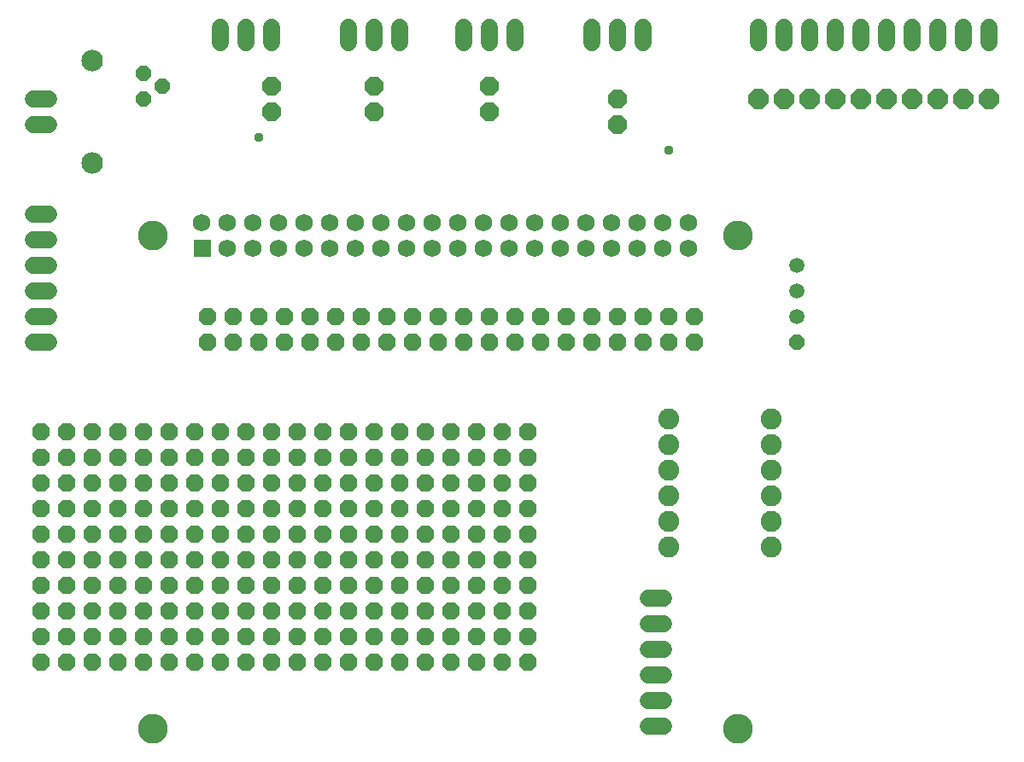
<source format=gbs>
G75*
%MOIN*%
%OFA0B0*%
%FSLAX25Y25*%
%IPPOS*%
%LPD*%
%AMOC8*
5,1,8,0,0,1.08239X$1,22.5*
%
%ADD10OC8,0.07800*%
%ADD11C,0.08200*%
%ADD12C,0.06800*%
%ADD13C,0.08400*%
%ADD14OC8,0.07400*%
%ADD15C,0.11627*%
%ADD16R,0.06800X0.06800*%
%ADD17C,0.06800*%
%ADD18OC8,0.06000*%
%ADD19OC8,0.05950*%
%ADD20C,0.05950*%
%ADD21OC8,0.06800*%
%ADD22C,0.03778*%
D10*
X0296000Y0271093D03*
X0306000Y0271093D03*
X0316000Y0271093D03*
X0326000Y0271093D03*
X0336000Y0271093D03*
X0346000Y0271093D03*
X0356000Y0271093D03*
X0366000Y0271093D03*
X0376000Y0271093D03*
X0386000Y0271093D03*
D11*
X0301000Y0146093D03*
X0301000Y0136093D03*
X0301000Y0126093D03*
X0301000Y0116093D03*
X0301000Y0106093D03*
X0301000Y0096093D03*
X0261000Y0096093D03*
X0261000Y0106093D03*
X0261000Y0116093D03*
X0261000Y0126093D03*
X0261000Y0136093D03*
X0261000Y0146093D03*
D12*
X0259000Y0076093D02*
X0253000Y0076093D01*
X0253000Y0066093D02*
X0259000Y0066093D01*
X0259000Y0056093D02*
X0253000Y0056093D01*
X0253000Y0046093D02*
X0259000Y0046093D01*
X0259000Y0036093D02*
X0253000Y0036093D01*
X0253000Y0026093D02*
X0259000Y0026093D01*
X0019000Y0176093D02*
X0013000Y0176093D01*
X0013000Y0186093D02*
X0019000Y0186093D01*
X0019000Y0196093D02*
X0013000Y0196093D01*
X0013000Y0206093D02*
X0019000Y0206093D01*
X0019000Y0216093D02*
X0013000Y0216093D01*
X0013000Y0226093D02*
X0019000Y0226093D01*
X0019000Y0261093D02*
X0013000Y0261093D01*
X0013000Y0271093D02*
X0019000Y0271093D01*
X0086000Y0293093D02*
X0086000Y0299093D01*
X0096000Y0299093D02*
X0096000Y0293093D01*
X0106000Y0293093D02*
X0106000Y0299093D01*
X0136000Y0299093D02*
X0136000Y0293093D01*
X0146000Y0293093D02*
X0146000Y0299093D01*
X0156000Y0299093D02*
X0156000Y0293093D01*
X0181000Y0293093D02*
X0181000Y0299093D01*
X0191000Y0299093D02*
X0191000Y0293093D01*
X0201000Y0293093D02*
X0201000Y0299093D01*
X0231000Y0299093D02*
X0231000Y0293093D01*
X0241000Y0293093D02*
X0241000Y0299093D01*
X0251000Y0299093D02*
X0251000Y0293093D01*
X0296000Y0293093D02*
X0296000Y0299093D01*
X0306000Y0299093D02*
X0306000Y0293093D01*
X0316000Y0293093D02*
X0316000Y0299093D01*
X0326000Y0299093D02*
X0326000Y0293093D01*
X0336000Y0293093D02*
X0336000Y0299093D01*
X0346000Y0299093D02*
X0346000Y0293093D01*
X0356000Y0293093D02*
X0356000Y0299093D01*
X0366000Y0299093D02*
X0366000Y0293093D01*
X0376000Y0293093D02*
X0376000Y0299093D01*
X0386000Y0299093D02*
X0386000Y0293093D01*
D13*
X0036000Y0286093D03*
X0036000Y0246093D03*
D14*
X0106000Y0266093D03*
X0106000Y0276093D03*
X0146000Y0276093D03*
X0146000Y0266093D03*
X0191000Y0266093D03*
X0191000Y0276093D03*
X0241000Y0271093D03*
X0241000Y0261093D03*
D15*
X0059780Y0024872D03*
X0288126Y0024872D03*
X0288126Y0217785D03*
X0059780Y0217785D03*
D16*
X0078953Y0212785D03*
D17*
X0088900Y0212793D03*
X0098900Y0212793D03*
X0098900Y0222793D03*
X0088900Y0222793D03*
X0078900Y0222793D03*
X0108900Y0222793D03*
X0118900Y0222793D03*
X0128900Y0222793D03*
X0138900Y0222793D03*
X0148900Y0222793D03*
X0158900Y0222793D03*
X0168900Y0222793D03*
X0178900Y0222793D03*
X0188900Y0222793D03*
X0198900Y0222793D03*
X0208900Y0222793D03*
X0218900Y0222793D03*
X0228900Y0222793D03*
X0238900Y0222793D03*
X0248900Y0222793D03*
X0258900Y0222793D03*
X0268900Y0222793D03*
X0268900Y0212793D03*
X0258900Y0212793D03*
X0248900Y0212793D03*
X0238900Y0212793D03*
X0228900Y0212793D03*
X0218900Y0212793D03*
X0208900Y0212793D03*
X0198900Y0212793D03*
X0188900Y0212793D03*
X0178900Y0212793D03*
X0168900Y0212793D03*
X0158900Y0212793D03*
X0148900Y0212793D03*
X0138900Y0212793D03*
X0128900Y0212793D03*
X0118900Y0212793D03*
X0108900Y0212793D03*
D18*
X0056000Y0271093D03*
X0063500Y0276093D03*
X0056000Y0281093D03*
D19*
X0311000Y0176093D03*
D20*
X0311000Y0186093D03*
X0311000Y0196093D03*
X0311000Y0206093D03*
D21*
X0271000Y0186093D03*
X0261000Y0186093D03*
X0251000Y0186093D03*
X0241000Y0186093D03*
X0231000Y0186093D03*
X0221000Y0186093D03*
X0211000Y0186093D03*
X0201000Y0186093D03*
X0191000Y0186093D03*
X0181000Y0186093D03*
X0171000Y0186093D03*
X0161000Y0186093D03*
X0151000Y0186093D03*
X0141000Y0186093D03*
X0131000Y0186093D03*
X0121000Y0186093D03*
X0111000Y0186093D03*
X0101000Y0186093D03*
X0091000Y0186093D03*
X0081000Y0186093D03*
X0081000Y0176093D03*
X0091000Y0176093D03*
X0101000Y0176093D03*
X0111000Y0176093D03*
X0121000Y0176093D03*
X0131000Y0176093D03*
X0141000Y0176093D03*
X0151000Y0176093D03*
X0161000Y0176093D03*
X0171000Y0176093D03*
X0181000Y0176093D03*
X0191000Y0176093D03*
X0201000Y0176093D03*
X0211000Y0176093D03*
X0221000Y0176093D03*
X0231000Y0176093D03*
X0241000Y0176093D03*
X0251000Y0176093D03*
X0261000Y0176093D03*
X0271000Y0176093D03*
X0206000Y0141093D03*
X0196000Y0141093D03*
X0186000Y0141093D03*
X0176000Y0141093D03*
X0166000Y0141093D03*
X0156000Y0141093D03*
X0146000Y0141093D03*
X0136000Y0141093D03*
X0126000Y0141093D03*
X0116000Y0141093D03*
X0106000Y0141093D03*
X0096000Y0141093D03*
X0086000Y0141093D03*
X0076000Y0141093D03*
X0066000Y0141093D03*
X0056000Y0141093D03*
X0046000Y0141093D03*
X0036000Y0141093D03*
X0026000Y0141093D03*
X0016000Y0141093D03*
X0016000Y0131093D03*
X0026000Y0131093D03*
X0036000Y0131093D03*
X0046000Y0131093D03*
X0056000Y0131093D03*
X0066000Y0131093D03*
X0076000Y0131093D03*
X0086000Y0131093D03*
X0096000Y0131093D03*
X0106000Y0131093D03*
X0116000Y0131093D03*
X0126000Y0131093D03*
X0136000Y0131093D03*
X0146000Y0131093D03*
X0156000Y0131093D03*
X0166000Y0131093D03*
X0176000Y0131093D03*
X0186000Y0131093D03*
X0196000Y0131093D03*
X0206000Y0131093D03*
X0206000Y0121093D03*
X0196000Y0121093D03*
X0186000Y0121093D03*
X0176000Y0121093D03*
X0166000Y0121093D03*
X0156000Y0121093D03*
X0146000Y0121093D03*
X0136000Y0121093D03*
X0126000Y0121093D03*
X0116000Y0121093D03*
X0106000Y0121093D03*
X0096000Y0121093D03*
X0086000Y0121093D03*
X0076000Y0121093D03*
X0066000Y0121093D03*
X0056000Y0121093D03*
X0046000Y0121093D03*
X0036000Y0121093D03*
X0026000Y0121093D03*
X0016000Y0121093D03*
X0016000Y0111093D03*
X0026000Y0111093D03*
X0036000Y0111093D03*
X0046000Y0111093D03*
X0056000Y0111093D03*
X0066000Y0111093D03*
X0076000Y0111093D03*
X0086000Y0111093D03*
X0096000Y0111093D03*
X0106000Y0111093D03*
X0116000Y0111093D03*
X0126000Y0111093D03*
X0136000Y0111093D03*
X0146000Y0111093D03*
X0156000Y0111093D03*
X0166000Y0111093D03*
X0176000Y0111093D03*
X0186000Y0111093D03*
X0196000Y0111093D03*
X0206000Y0111093D03*
X0206000Y0101093D03*
X0196000Y0101093D03*
X0186000Y0101093D03*
X0176000Y0101093D03*
X0166000Y0101093D03*
X0156000Y0101093D03*
X0146000Y0101093D03*
X0136000Y0101093D03*
X0126000Y0101093D03*
X0116000Y0101093D03*
X0106000Y0101093D03*
X0096000Y0101093D03*
X0086000Y0101093D03*
X0076000Y0101093D03*
X0066000Y0101093D03*
X0056000Y0101093D03*
X0046000Y0101093D03*
X0036000Y0101093D03*
X0026000Y0101093D03*
X0016000Y0101093D03*
X0016000Y0091093D03*
X0026000Y0091093D03*
X0036000Y0091093D03*
X0046000Y0091093D03*
X0056000Y0091093D03*
X0066000Y0091093D03*
X0076000Y0091093D03*
X0086000Y0091093D03*
X0096000Y0091093D03*
X0106000Y0091093D03*
X0116000Y0091093D03*
X0126000Y0091093D03*
X0136000Y0091093D03*
X0146000Y0091093D03*
X0156000Y0091093D03*
X0166000Y0091093D03*
X0176000Y0091093D03*
X0186000Y0091093D03*
X0196000Y0091093D03*
X0206000Y0091093D03*
X0206000Y0081093D03*
X0196000Y0081093D03*
X0186000Y0081093D03*
X0176000Y0081093D03*
X0166000Y0081093D03*
X0156000Y0081093D03*
X0146000Y0081093D03*
X0136000Y0081093D03*
X0126000Y0081093D03*
X0116000Y0081093D03*
X0106000Y0081093D03*
X0096000Y0081093D03*
X0086000Y0081093D03*
X0076000Y0081093D03*
X0066000Y0081093D03*
X0056000Y0081093D03*
X0046000Y0081093D03*
X0036000Y0081093D03*
X0026000Y0081093D03*
X0016000Y0081093D03*
X0016000Y0071093D03*
X0026000Y0071093D03*
X0036000Y0071093D03*
X0046000Y0071093D03*
X0056000Y0071093D03*
X0066000Y0071093D03*
X0076000Y0071093D03*
X0086000Y0071093D03*
X0096000Y0071093D03*
X0106000Y0071093D03*
X0116000Y0071093D03*
X0126000Y0071093D03*
X0136000Y0071093D03*
X0146000Y0071093D03*
X0156000Y0071093D03*
X0166000Y0071093D03*
X0176000Y0071093D03*
X0186000Y0071093D03*
X0196000Y0071093D03*
X0206000Y0071093D03*
X0206000Y0061093D03*
X0196000Y0061093D03*
X0186000Y0061093D03*
X0176000Y0061093D03*
X0166000Y0061093D03*
X0156000Y0061093D03*
X0146000Y0061093D03*
X0136000Y0061093D03*
X0126000Y0061093D03*
X0116000Y0061093D03*
X0106000Y0061093D03*
X0096000Y0061093D03*
X0086000Y0061093D03*
X0076000Y0061093D03*
X0066000Y0061093D03*
X0056000Y0061093D03*
X0046000Y0061093D03*
X0036000Y0061093D03*
X0026000Y0061093D03*
X0016000Y0061093D03*
X0016000Y0051093D03*
X0026000Y0051093D03*
X0036000Y0051093D03*
X0046000Y0051093D03*
X0056000Y0051093D03*
X0066000Y0051093D03*
X0076000Y0051093D03*
X0086000Y0051093D03*
X0096000Y0051093D03*
X0106000Y0051093D03*
X0116000Y0051093D03*
X0126000Y0051093D03*
X0136000Y0051093D03*
X0146000Y0051093D03*
X0156000Y0051093D03*
X0166000Y0051093D03*
X0176000Y0051093D03*
X0186000Y0051093D03*
X0196000Y0051093D03*
X0206000Y0051093D03*
D22*
X0261000Y0251093D03*
X0101000Y0256093D03*
M02*

</source>
